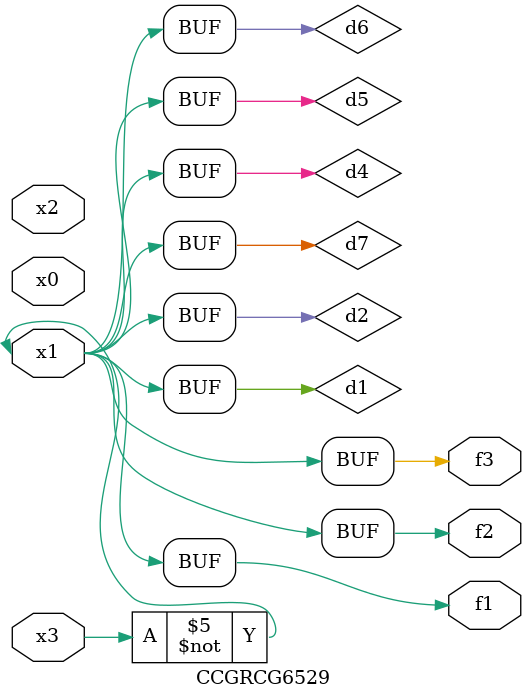
<source format=v>
module CCGRCG6529(
	input x0, x1, x2, x3,
	output f1, f2, f3
);

	wire d1, d2, d3, d4, d5, d6, d7;

	not (d1, x3);
	buf (d2, x1);
	xnor (d3, d1, d2);
	nor (d4, d1);
	buf (d5, d1, d2);
	buf (d6, d4, d5);
	nand (d7, d4);
	assign f1 = d6;
	assign f2 = d7;
	assign f3 = d6;
endmodule

</source>
